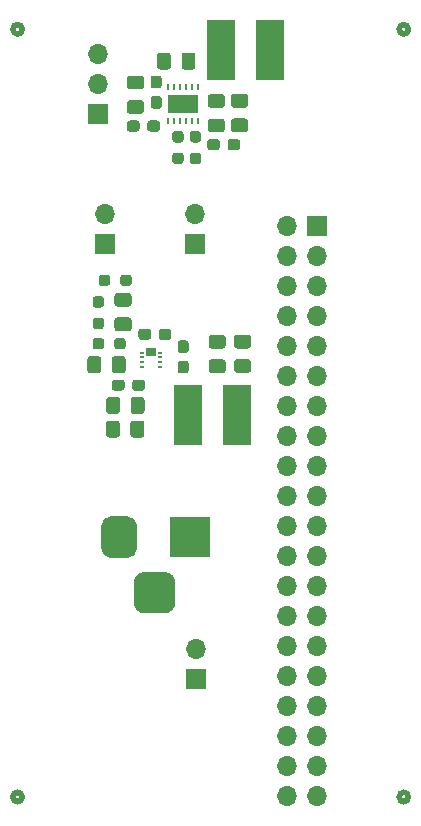
<source format=gts>
G04 #@! TF.GenerationSoftware,KiCad,Pcbnew,(5.1.6-0-10_14)*
G04 #@! TF.CreationDate,2021-08-31T11:45:36+09:00*
G04 #@! TF.ProjectId,qPCR-panel_v_20210831,71504352-2d70-4616-9e65-6c5f765f3230,rev?*
G04 #@! TF.SameCoordinates,Original*
G04 #@! TF.FileFunction,Soldermask,Top*
G04 #@! TF.FilePolarity,Negative*
%FSLAX46Y46*%
G04 Gerber Fmt 4.6, Leading zero omitted, Abs format (unit mm)*
G04 Created by KiCad (PCBNEW (5.1.6-0-10_14)) date 2021-08-31 11:45:36*
%MOMM*%
%LPD*%
G01*
G04 APERTURE LIST*
%ADD10C,0.475000*%
%ADD11O,1.700000X1.700000*%
%ADD12R,1.700000X1.700000*%
%ADD13R,3.500000X3.500000*%
%ADD14R,2.350000X5.100000*%
%ADD15R,0.838200X0.711200*%
%ADD16R,0.457200X0.254000*%
%ADD17C,0.499999*%
%ADD18R,2.500000X1.500000*%
%ADD19R,0.249999X0.499999*%
G04 APERTURE END LIST*
D10*
X129000000Y-76500000D02*
G75*
G03*
X129000000Y-76500000I-400000J0D01*
G01*
X129000000Y-141500000D02*
G75*
G03*
X129000000Y-141500000I-400000J0D01*
G01*
X96300000Y-76500000D02*
G75*
G03*
X96300000Y-76500000I-400000J0D01*
G01*
X96300000Y-141500000D02*
G75*
G03*
X96300000Y-141500000I-400000J0D01*
G01*
G36*
G01*
X114475000Y-102355000D02*
X115425000Y-102355000D01*
G75*
G02*
X115675000Y-102605000I0J-250000D01*
G01*
X115675000Y-103280000D01*
G75*
G02*
X115425000Y-103530000I-250000J0D01*
G01*
X114475000Y-103530000D01*
G75*
G02*
X114225000Y-103280000I0J250000D01*
G01*
X114225000Y-102605000D01*
G75*
G02*
X114475000Y-102355000I250000J0D01*
G01*
G37*
G36*
G01*
X114475000Y-104430000D02*
X115425000Y-104430000D01*
G75*
G02*
X115675000Y-104680000I0J-250000D01*
G01*
X115675000Y-105355000D01*
G75*
G02*
X115425000Y-105605000I-250000J0D01*
G01*
X114475000Y-105605000D01*
G75*
G02*
X114225000Y-105355000I0J250000D01*
G01*
X114225000Y-104680000D01*
G75*
G02*
X114475000Y-104430000I250000J0D01*
G01*
G37*
D11*
X118710000Y-141440000D03*
X121250000Y-141440000D03*
X118710000Y-138900000D03*
X121250000Y-138900000D03*
X118710000Y-136360000D03*
X121250000Y-136360000D03*
X118710000Y-133820000D03*
X121250000Y-133820000D03*
X118710000Y-131280000D03*
X121250000Y-131280000D03*
X118710000Y-128740000D03*
X121250000Y-128740000D03*
X118710000Y-126200000D03*
X121250000Y-126200000D03*
X118710000Y-123660000D03*
X121250000Y-123660000D03*
X118710000Y-121120000D03*
X121250000Y-121120000D03*
X118710000Y-118580000D03*
X121250000Y-118580000D03*
X118710000Y-116040000D03*
X121250000Y-116040000D03*
X118710000Y-113500000D03*
X121250000Y-113500000D03*
X118710000Y-110960000D03*
X121250000Y-110960000D03*
X118710000Y-108420000D03*
X121250000Y-108420000D03*
X118710000Y-105880000D03*
X121250000Y-105880000D03*
X118710000Y-103340000D03*
X121250000Y-103340000D03*
X118710000Y-100800000D03*
X121250000Y-100800000D03*
X118710000Y-98260000D03*
X121250000Y-98260000D03*
X118710000Y-95720000D03*
X121250000Y-95720000D03*
X118710000Y-93180000D03*
D12*
X121250000Y-93180000D03*
G36*
G01*
X105750000Y-125075000D02*
X105750000Y-123325000D01*
G75*
G02*
X106625000Y-122450000I875000J0D01*
G01*
X108375000Y-122450000D01*
G75*
G02*
X109250000Y-123325000I0J-875000D01*
G01*
X109250000Y-125075000D01*
G75*
G02*
X108375000Y-125950000I-875000J0D01*
G01*
X106625000Y-125950000D01*
G75*
G02*
X105750000Y-125075000I0J875000D01*
G01*
G37*
G36*
G01*
X103000000Y-120500000D02*
X103000000Y-118500000D01*
G75*
G02*
X103750000Y-117750000I750000J0D01*
G01*
X105250000Y-117750000D01*
G75*
G02*
X106000000Y-118500000I0J-750000D01*
G01*
X106000000Y-120500000D01*
G75*
G02*
X105250000Y-121250000I-750000J0D01*
G01*
X103750000Y-121250000D01*
G75*
G02*
X103000000Y-120500000I0J750000D01*
G01*
G37*
D13*
X110500000Y-119500000D03*
D12*
X111000000Y-131500000D03*
D11*
X111000000Y-128960000D03*
D12*
X103280000Y-94670000D03*
D11*
X103280000Y-92130000D03*
D12*
X110900000Y-94670000D03*
D11*
X110900000Y-92130000D03*
G36*
G01*
X107205000Y-102092500D02*
X107205000Y-102567500D01*
G75*
G02*
X106967500Y-102805000I-237500J0D01*
G01*
X106367500Y-102805000D01*
G75*
G02*
X106130000Y-102567500I0J237500D01*
G01*
X106130000Y-102092500D01*
G75*
G02*
X106367500Y-101855000I237500J0D01*
G01*
X106967500Y-101855000D01*
G75*
G02*
X107205000Y-102092500I0J-237500D01*
G01*
G37*
G36*
G01*
X108930000Y-102092500D02*
X108930000Y-102567500D01*
G75*
G02*
X108692500Y-102805000I-237500J0D01*
G01*
X108092500Y-102805000D01*
G75*
G02*
X107855000Y-102567500I0J237500D01*
G01*
X107855000Y-102092500D01*
G75*
G02*
X108092500Y-101855000I237500J0D01*
G01*
X108692500Y-101855000D01*
G75*
G02*
X108930000Y-102092500I0J-237500D01*
G01*
G37*
G36*
G01*
X103880000Y-105375000D02*
X103880000Y-104425000D01*
G75*
G02*
X104130000Y-104175000I250000J0D01*
G01*
X104805000Y-104175000D01*
G75*
G02*
X105055000Y-104425000I0J-250000D01*
G01*
X105055000Y-105375000D01*
G75*
G02*
X104805000Y-105625000I-250000J0D01*
G01*
X104130000Y-105625000D01*
G75*
G02*
X103880000Y-105375000I0J250000D01*
G01*
G37*
G36*
G01*
X101805000Y-105375000D02*
X101805000Y-104425000D01*
G75*
G02*
X102055000Y-104175000I250000J0D01*
G01*
X102730000Y-104175000D01*
G75*
G02*
X102980000Y-104425000I0J-250000D01*
G01*
X102980000Y-105375000D01*
G75*
G02*
X102730000Y-105625000I-250000J0D01*
G01*
X102055000Y-105625000D01*
G75*
G02*
X101805000Y-105375000I0J250000D01*
G01*
G37*
G36*
G01*
X103880000Y-106867500D02*
X103880000Y-106392500D01*
G75*
G02*
X104117500Y-106155000I237500J0D01*
G01*
X104717500Y-106155000D01*
G75*
G02*
X104955000Y-106392500I0J-237500D01*
G01*
X104955000Y-106867500D01*
G75*
G02*
X104717500Y-107105000I-237500J0D01*
G01*
X104117500Y-107105000D01*
G75*
G02*
X103880000Y-106867500I0J237500D01*
G01*
G37*
G36*
G01*
X105605000Y-106867500D02*
X105605000Y-106392500D01*
G75*
G02*
X105842500Y-106155000I237500J0D01*
G01*
X106442500Y-106155000D01*
G75*
G02*
X106680000Y-106392500I0J-237500D01*
G01*
X106680000Y-106867500D01*
G75*
G02*
X106442500Y-107105000I-237500J0D01*
G01*
X105842500Y-107105000D01*
G75*
G02*
X105605000Y-106867500I0J237500D01*
G01*
G37*
G36*
G01*
X109682500Y-102840000D02*
X110157500Y-102840000D01*
G75*
G02*
X110395000Y-103077500I0J-237500D01*
G01*
X110395000Y-103677500D01*
G75*
G02*
X110157500Y-103915000I-237500J0D01*
G01*
X109682500Y-103915000D01*
G75*
G02*
X109445000Y-103677500I0J237500D01*
G01*
X109445000Y-103077500D01*
G75*
G02*
X109682500Y-102840000I237500J0D01*
G01*
G37*
G36*
G01*
X109682500Y-104565000D02*
X110157500Y-104565000D01*
G75*
G02*
X110395000Y-104802500I0J-237500D01*
G01*
X110395000Y-105402500D01*
G75*
G02*
X110157500Y-105640000I-237500J0D01*
G01*
X109682500Y-105640000D01*
G75*
G02*
X109445000Y-105402500I0J237500D01*
G01*
X109445000Y-104802500D01*
G75*
G02*
X109682500Y-104565000I237500J0D01*
G01*
G37*
G36*
G01*
X103405000Y-108825000D02*
X103405000Y-107875000D01*
G75*
G02*
X103655000Y-107625000I250000J0D01*
G01*
X104330000Y-107625000D01*
G75*
G02*
X104580000Y-107875000I0J-250000D01*
G01*
X104580000Y-108825000D01*
G75*
G02*
X104330000Y-109075000I-250000J0D01*
G01*
X103655000Y-109075000D01*
G75*
G02*
X103405000Y-108825000I0J250000D01*
G01*
G37*
G36*
G01*
X105480000Y-108825000D02*
X105480000Y-107875000D01*
G75*
G02*
X105730000Y-107625000I250000J0D01*
G01*
X106405000Y-107625000D01*
G75*
G02*
X106655000Y-107875000I0J-250000D01*
G01*
X106655000Y-108825000D01*
G75*
G02*
X106405000Y-109075000I-250000J0D01*
G01*
X105730000Y-109075000D01*
G75*
G02*
X105480000Y-108825000I0J250000D01*
G01*
G37*
G36*
G01*
X105460000Y-110825000D02*
X105460000Y-109875000D01*
G75*
G02*
X105710000Y-109625000I250000J0D01*
G01*
X106385000Y-109625000D01*
G75*
G02*
X106635000Y-109875000I0J-250000D01*
G01*
X106635000Y-110825000D01*
G75*
G02*
X106385000Y-111075000I-250000J0D01*
G01*
X105710000Y-111075000D01*
G75*
G02*
X105460000Y-110825000I0J250000D01*
G01*
G37*
G36*
G01*
X103385000Y-110825000D02*
X103385000Y-109875000D01*
G75*
G02*
X103635000Y-109625000I250000J0D01*
G01*
X104310000Y-109625000D01*
G75*
G02*
X104560000Y-109875000I0J-250000D01*
G01*
X104560000Y-110825000D01*
G75*
G02*
X104310000Y-111075000I-250000J0D01*
G01*
X103635000Y-111075000D01*
G75*
G02*
X103385000Y-110825000I0J250000D01*
G01*
G37*
G36*
G01*
X105305000Y-102075000D02*
X104355000Y-102075000D01*
G75*
G02*
X104105000Y-101825000I0J250000D01*
G01*
X104105000Y-101150000D01*
G75*
G02*
X104355000Y-100900000I250000J0D01*
G01*
X105305000Y-100900000D01*
G75*
G02*
X105555000Y-101150000I0J-250000D01*
G01*
X105555000Y-101825000D01*
G75*
G02*
X105305000Y-102075000I-250000J0D01*
G01*
G37*
G36*
G01*
X105305000Y-100000000D02*
X104355000Y-100000000D01*
G75*
G02*
X104105000Y-99750000I0J250000D01*
G01*
X104105000Y-99075000D01*
G75*
G02*
X104355000Y-98825000I250000J0D01*
G01*
X105305000Y-98825000D01*
G75*
G02*
X105555000Y-99075000I0J-250000D01*
G01*
X105555000Y-99750000D01*
G75*
G02*
X105305000Y-100000000I-250000J0D01*
G01*
G37*
G36*
G01*
X112325000Y-104450000D02*
X113275000Y-104450000D01*
G75*
G02*
X113525000Y-104700000I0J-250000D01*
G01*
X113525000Y-105375000D01*
G75*
G02*
X113275000Y-105625000I-250000J0D01*
G01*
X112325000Y-105625000D01*
G75*
G02*
X112075000Y-105375000I0J250000D01*
G01*
X112075000Y-104700000D01*
G75*
G02*
X112325000Y-104450000I250000J0D01*
G01*
G37*
G36*
G01*
X112325000Y-102375000D02*
X113275000Y-102375000D01*
G75*
G02*
X113525000Y-102625000I0J-250000D01*
G01*
X113525000Y-103300000D01*
G75*
G02*
X113275000Y-103550000I-250000J0D01*
G01*
X112325000Y-103550000D01*
G75*
G02*
X112075000Y-103300000I0J250000D01*
G01*
X112075000Y-102625000D01*
G75*
G02*
X112325000Y-102375000I250000J0D01*
G01*
G37*
D14*
X110345000Y-109140000D03*
X114495000Y-109140000D03*
D15*
X107190000Y-103822000D03*
D16*
X106415000Y-105069999D03*
X106415000Y-104670000D03*
X106415000Y-104270000D03*
X106415000Y-103870001D03*
X107965000Y-103870001D03*
X107965000Y-104270000D03*
X107965000Y-104670000D03*
X107965000Y-105069999D03*
G36*
G01*
X105560000Y-97522500D02*
X105560000Y-97997500D01*
G75*
G02*
X105322500Y-98235000I-237500J0D01*
G01*
X104822500Y-98235000D01*
G75*
G02*
X104585000Y-97997500I0J237500D01*
G01*
X104585000Y-97522500D01*
G75*
G02*
X104822500Y-97285000I237500J0D01*
G01*
X105322500Y-97285000D01*
G75*
G02*
X105560000Y-97522500I0J-237500D01*
G01*
G37*
G36*
G01*
X103735000Y-97522500D02*
X103735000Y-97997500D01*
G75*
G02*
X103497500Y-98235000I-237500J0D01*
G01*
X102997500Y-98235000D01*
G75*
G02*
X102760000Y-97997500I0J237500D01*
G01*
X102760000Y-97522500D01*
G75*
G02*
X102997500Y-97285000I237500J0D01*
G01*
X103497500Y-97285000D01*
G75*
G02*
X103735000Y-97522500I0J-237500D01*
G01*
G37*
G36*
G01*
X102502500Y-99090000D02*
X102977500Y-99090000D01*
G75*
G02*
X103215000Y-99327500I0J-237500D01*
G01*
X103215000Y-99827500D01*
G75*
G02*
X102977500Y-100065000I-237500J0D01*
G01*
X102502500Y-100065000D01*
G75*
G02*
X102265000Y-99827500I0J237500D01*
G01*
X102265000Y-99327500D01*
G75*
G02*
X102502500Y-99090000I237500J0D01*
G01*
G37*
G36*
G01*
X102502500Y-100915000D02*
X102977500Y-100915000D01*
G75*
G02*
X103215000Y-101152500I0J-237500D01*
G01*
X103215000Y-101652500D01*
G75*
G02*
X102977500Y-101890000I-237500J0D01*
G01*
X102502500Y-101890000D01*
G75*
G02*
X102265000Y-101652500I0J237500D01*
G01*
X102265000Y-101152500D01*
G75*
G02*
X102502500Y-100915000I237500J0D01*
G01*
G37*
G36*
G01*
X103225000Y-102882500D02*
X103225000Y-103357500D01*
G75*
G02*
X102987500Y-103595000I-237500J0D01*
G01*
X102487500Y-103595000D01*
G75*
G02*
X102250000Y-103357500I0J237500D01*
G01*
X102250000Y-102882500D01*
G75*
G02*
X102487500Y-102645000I237500J0D01*
G01*
X102987500Y-102645000D01*
G75*
G02*
X103225000Y-102882500I0J-237500D01*
G01*
G37*
G36*
G01*
X105050000Y-102882500D02*
X105050000Y-103357500D01*
G75*
G02*
X104812500Y-103595000I-237500J0D01*
G01*
X104312500Y-103595000D01*
G75*
G02*
X104075000Y-103357500I0J237500D01*
G01*
X104075000Y-102882500D01*
G75*
G02*
X104312500Y-102645000I237500J0D01*
G01*
X104812500Y-102645000D01*
G75*
G02*
X105050000Y-102882500I0J-237500D01*
G01*
G37*
G36*
G01*
X105405000Y-80420000D02*
X106355000Y-80420000D01*
G75*
G02*
X106605000Y-80670000I0J-250000D01*
G01*
X106605000Y-81345000D01*
G75*
G02*
X106355000Y-81595000I-250000J0D01*
G01*
X105405000Y-81595000D01*
G75*
G02*
X105155000Y-81345000I0J250000D01*
G01*
X105155000Y-80670000D01*
G75*
G02*
X105405000Y-80420000I250000J0D01*
G01*
G37*
G36*
G01*
X105405000Y-82495000D02*
X106355000Y-82495000D01*
G75*
G02*
X106605000Y-82745000I0J-250000D01*
G01*
X106605000Y-83420000D01*
G75*
G02*
X106355000Y-83670000I-250000J0D01*
G01*
X105405000Y-83670000D01*
G75*
G02*
X105155000Y-83420000I0J250000D01*
G01*
X105155000Y-82745000D01*
G75*
G02*
X105405000Y-82495000I250000J0D01*
G01*
G37*
G36*
G01*
X113675000Y-86512500D02*
X113675000Y-86037500D01*
G75*
G02*
X113912500Y-85800000I237500J0D01*
G01*
X114512500Y-85800000D01*
G75*
G02*
X114750000Y-86037500I0J-237500D01*
G01*
X114750000Y-86512500D01*
G75*
G02*
X114512500Y-86750000I-237500J0D01*
G01*
X113912500Y-86750000D01*
G75*
G02*
X113675000Y-86512500I0J237500D01*
G01*
G37*
G36*
G01*
X111950000Y-86512500D02*
X111950000Y-86037500D01*
G75*
G02*
X112187500Y-85800000I237500J0D01*
G01*
X112787500Y-85800000D01*
G75*
G02*
X113025000Y-86037500I0J-237500D01*
G01*
X113025000Y-86512500D01*
G75*
G02*
X112787500Y-86750000I-237500J0D01*
G01*
X112187500Y-86750000D01*
G75*
G02*
X111950000Y-86512500I0J237500D01*
G01*
G37*
G36*
G01*
X107392500Y-80435000D02*
X107867500Y-80435000D01*
G75*
G02*
X108105000Y-80672500I0J-237500D01*
G01*
X108105000Y-81272500D01*
G75*
G02*
X107867500Y-81510000I-237500J0D01*
G01*
X107392500Y-81510000D01*
G75*
G02*
X107155000Y-81272500I0J237500D01*
G01*
X107155000Y-80672500D01*
G75*
G02*
X107392500Y-80435000I237500J0D01*
G01*
G37*
G36*
G01*
X107392500Y-82160000D02*
X107867500Y-82160000D01*
G75*
G02*
X108105000Y-82397500I0J-237500D01*
G01*
X108105000Y-82997500D01*
G75*
G02*
X107867500Y-83235000I-237500J0D01*
G01*
X107392500Y-83235000D01*
G75*
G02*
X107155000Y-82997500I0J237500D01*
G01*
X107155000Y-82397500D01*
G75*
G02*
X107392500Y-82160000I237500J0D01*
G01*
G37*
G36*
G01*
X107950000Y-84457500D02*
X107950000Y-84932500D01*
G75*
G02*
X107712500Y-85170000I-237500J0D01*
G01*
X107112500Y-85170000D01*
G75*
G02*
X106875000Y-84932500I0J237500D01*
G01*
X106875000Y-84457500D01*
G75*
G02*
X107112500Y-84220000I237500J0D01*
G01*
X107712500Y-84220000D01*
G75*
G02*
X107950000Y-84457500I0J-237500D01*
G01*
G37*
G36*
G01*
X106225000Y-84457500D02*
X106225000Y-84932500D01*
G75*
G02*
X105987500Y-85170000I-237500J0D01*
G01*
X105387500Y-85170000D01*
G75*
G02*
X105150000Y-84932500I0J237500D01*
G01*
X105150000Y-84457500D01*
G75*
G02*
X105387500Y-84220000I237500J0D01*
G01*
X105987500Y-84220000D01*
G75*
G02*
X106225000Y-84457500I0J-237500D01*
G01*
G37*
G36*
G01*
X107705000Y-79670000D02*
X107705000Y-78720000D01*
G75*
G02*
X107955000Y-78470000I250000J0D01*
G01*
X108630000Y-78470000D01*
G75*
G02*
X108880000Y-78720000I0J-250000D01*
G01*
X108880000Y-79670000D01*
G75*
G02*
X108630000Y-79920000I-250000J0D01*
G01*
X107955000Y-79920000D01*
G75*
G02*
X107705000Y-79670000I0J250000D01*
G01*
G37*
G36*
G01*
X109780000Y-79670000D02*
X109780000Y-78720000D01*
G75*
G02*
X110030000Y-78470000I250000J0D01*
G01*
X110705000Y-78470000D01*
G75*
G02*
X110955000Y-78720000I0J-250000D01*
G01*
X110955000Y-79670000D01*
G75*
G02*
X110705000Y-79920000I-250000J0D01*
G01*
X110030000Y-79920000D01*
G75*
G02*
X109780000Y-79670000I0J250000D01*
G01*
G37*
G36*
G01*
X112249999Y-84060001D02*
X113199999Y-84060001D01*
G75*
G02*
X113449999Y-84310001I0J-250000D01*
G01*
X113449999Y-84985001D01*
G75*
G02*
X113199999Y-85235001I-250000J0D01*
G01*
X112249999Y-85235001D01*
G75*
G02*
X111999999Y-84985001I0J250000D01*
G01*
X111999999Y-84310001D01*
G75*
G02*
X112249999Y-84060001I250000J0D01*
G01*
G37*
G36*
G01*
X112249999Y-81985001D02*
X113199999Y-81985001D01*
G75*
G02*
X113449999Y-82235001I0J-250000D01*
G01*
X113449999Y-82910001D01*
G75*
G02*
X113199999Y-83160001I-250000J0D01*
G01*
X112249999Y-83160001D01*
G75*
G02*
X111999999Y-82910001I0J250000D01*
G01*
X111999999Y-82235001D01*
G75*
G02*
X112249999Y-81985001I250000J0D01*
G01*
G37*
G36*
G01*
X114215000Y-84045000D02*
X115165000Y-84045000D01*
G75*
G02*
X115415000Y-84295000I0J-250000D01*
G01*
X115415000Y-84970000D01*
G75*
G02*
X115165000Y-85220000I-250000J0D01*
G01*
X114215000Y-85220000D01*
G75*
G02*
X113965000Y-84970000I0J250000D01*
G01*
X113965000Y-84295000D01*
G75*
G02*
X114215000Y-84045000I250000J0D01*
G01*
G37*
G36*
G01*
X114215000Y-81970000D02*
X115165000Y-81970000D01*
G75*
G02*
X115415000Y-82220000I0J-250000D01*
G01*
X115415000Y-82895000D01*
G75*
G02*
X115165000Y-83145000I-250000J0D01*
G01*
X114215000Y-83145000D01*
G75*
G02*
X113965000Y-82895000I0J250000D01*
G01*
X113965000Y-82220000D01*
G75*
G02*
X114215000Y-81970000I250000J0D01*
G01*
G37*
D11*
X102690000Y-78555000D03*
X102690000Y-81095000D03*
D12*
X102690000Y-83635000D03*
D14*
X117245000Y-78225000D03*
X113095000Y-78225000D03*
G36*
G01*
X109242500Y-85115000D02*
X109717500Y-85115000D01*
G75*
G02*
X109955000Y-85352500I0J-237500D01*
G01*
X109955000Y-85852500D01*
G75*
G02*
X109717500Y-86090000I-237500J0D01*
G01*
X109242500Y-86090000D01*
G75*
G02*
X109005000Y-85852500I0J237500D01*
G01*
X109005000Y-85352500D01*
G75*
G02*
X109242500Y-85115000I237500J0D01*
G01*
G37*
G36*
G01*
X109242500Y-86940000D02*
X109717500Y-86940000D01*
G75*
G02*
X109955000Y-87177500I0J-237500D01*
G01*
X109955000Y-87677500D01*
G75*
G02*
X109717500Y-87915000I-237500J0D01*
G01*
X109242500Y-87915000D01*
G75*
G02*
X109005000Y-87677500I0J237500D01*
G01*
X109005000Y-87177500D01*
G75*
G02*
X109242500Y-86940000I237500J0D01*
G01*
G37*
G36*
G01*
X110722500Y-86940000D02*
X111197500Y-86940000D01*
G75*
G02*
X111435000Y-87177500I0J-237500D01*
G01*
X111435000Y-87677500D01*
G75*
G02*
X111197500Y-87915000I-237500J0D01*
G01*
X110722500Y-87915000D01*
G75*
G02*
X110485000Y-87677500I0J237500D01*
G01*
X110485000Y-87177500D01*
G75*
G02*
X110722500Y-86940000I237500J0D01*
G01*
G37*
G36*
G01*
X110722500Y-85115000D02*
X111197500Y-85115000D01*
G75*
G02*
X111435000Y-85352500I0J-237500D01*
G01*
X111435000Y-85852500D01*
G75*
G02*
X111197500Y-86090000I-237500J0D01*
G01*
X110722500Y-86090000D01*
G75*
G02*
X110485000Y-85852500I0J237500D01*
G01*
X110485000Y-85352500D01*
G75*
G02*
X110722500Y-85115000I237500J0D01*
G01*
G37*
D17*
X109910000Y-83314999D03*
X110910001Y-82815000D03*
X109910000Y-82315001D03*
X108909999Y-82815000D03*
D18*
X109910000Y-82815000D03*
D19*
X108660000Y-81365000D03*
X109159999Y-81365000D03*
X109660000Y-81365000D03*
X110160000Y-81365000D03*
X110660001Y-81365000D03*
X111160000Y-81365000D03*
X111160000Y-84265000D03*
X110660001Y-84265000D03*
X110160000Y-84265000D03*
X109660000Y-84265000D03*
X109159999Y-84265000D03*
X108660000Y-84265000D03*
M02*

</source>
